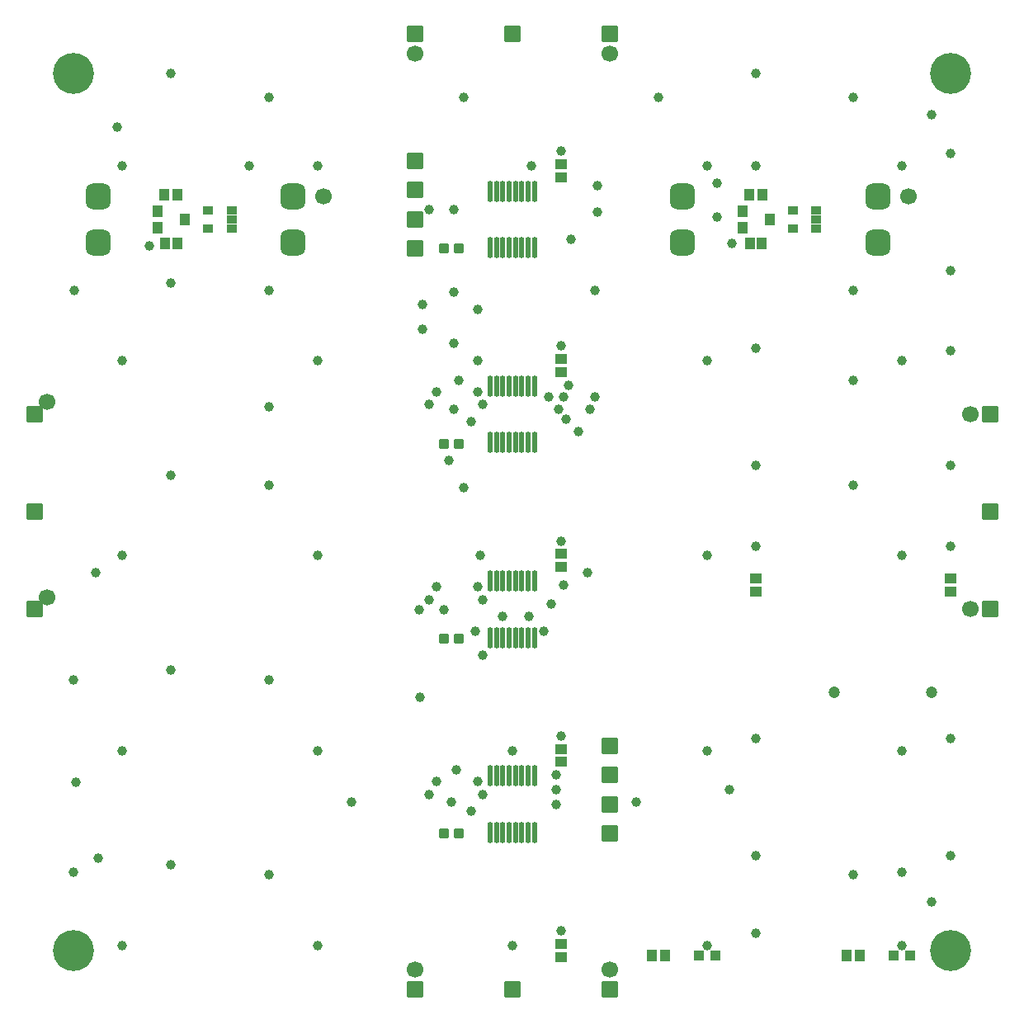
<source format=gbs>
G04 Layer_Color=8150272*
%FSLAX25Y25*%
%MOIN*%
G70*
G01*
G75*
%ADD22C,0.03937*%
G04:AMPARAMS|DCode=38|XSize=39.37mil|YSize=43.31mil|CornerRadius=5.51mil|HoleSize=0mil|Usage=FLASHONLY|Rotation=0.000|XOffset=0mil|YOffset=0mil|HoleType=Round|Shape=RoundedRectangle|*
%AMROUNDEDRECTD38*
21,1,0.03937,0.03228,0,0,0.0*
21,1,0.02835,0.04331,0,0,0.0*
1,1,0.01102,0.01417,-0.01614*
1,1,0.01102,-0.01417,-0.01614*
1,1,0.01102,-0.01417,0.01614*
1,1,0.01102,0.01417,0.01614*
%
%ADD38ROUNDEDRECTD38*%
%ADD42C,0.16535*%
%ADD43C,0.05787*%
%ADD44C,0.04724*%
%ADD45C,0.06693*%
%ADD46O,0.02165X0.08661*%
%ADD47R,0.04331X0.03347*%
%ADD48R,0.03937X0.04528*%
%ADD49R,0.04331X0.04921*%
%ADD50R,0.04331X0.05118*%
%ADD51R,0.03937X0.03937*%
G04:AMPARAMS|DCode=52|XSize=67.87mil|YSize=67.87mil|CornerRadius=9.94mil|HoleSize=0mil|Usage=FLASHONLY|Rotation=90.000|XOffset=0mil|YOffset=0mil|HoleType=Round|Shape=RoundedRectangle|*
%AMROUNDEDRECTD52*
21,1,0.06787,0.04800,0,0,90.0*
21,1,0.04800,0.06787,0,0,90.0*
1,1,0.01987,0.02400,0.02400*
1,1,0.01987,0.02400,-0.02400*
1,1,0.01987,-0.02400,-0.02400*
1,1,0.01987,-0.02400,0.02400*
%
%ADD52ROUNDEDRECTD52*%
G04:AMPARAMS|DCode=53|XSize=98.43mil|YSize=104.33mil|CornerRadius=26.58mil|HoleSize=0mil|Usage=FLASHONLY|Rotation=180.000|XOffset=0mil|YOffset=0mil|HoleType=Round|Shape=RoundedRectangle|*
%AMROUNDEDRECTD53*
21,1,0.09843,0.05118,0,0,180.0*
21,1,0.04528,0.10433,0,0,180.0*
1,1,0.05315,-0.02264,0.02559*
1,1,0.05315,0.02264,0.02559*
1,1,0.05315,0.02264,-0.02559*
1,1,0.05315,-0.02264,-0.02559*
%
%ADD53ROUNDEDRECTD53*%
G04:AMPARAMS|DCode=54|XSize=67.87mil|YSize=67.87mil|CornerRadius=9.94mil|HoleSize=0mil|Usage=FLASHONLY|Rotation=180.000|XOffset=0mil|YOffset=0mil|HoleType=Round|Shape=RoundedRectangle|*
%AMROUNDEDRECTD54*
21,1,0.06787,0.04800,0,0,180.0*
21,1,0.04800,0.06787,0,0,180.0*
1,1,0.01987,-0.02400,0.02400*
1,1,0.01987,0.02400,0.02400*
1,1,0.01987,0.02400,-0.02400*
1,1,0.01987,-0.02400,-0.02400*
%
%ADD54ROUNDEDRECTD54*%
%ADD55R,0.04921X0.04331*%
D22*
X259842Y346457D02*
D03*
X270669Y357283D02*
D03*
X198622Y196653D02*
D03*
X208465D02*
D03*
X219488Y272638D02*
D03*
X210630Y256890D02*
D03*
X224410Y178150D02*
D03*
X286417Y119095D02*
D03*
X244094Y375984D02*
D03*
X137795Y246900D02*
D03*
X137795Y278543D02*
D03*
X212598Y277559D02*
D03*
X202756Y279528D02*
D03*
X224410D02*
D03*
X214567Y289370D02*
D03*
X374016D02*
D03*
Y325787D02*
D03*
X269685D02*
D03*
Y282480D02*
D03*
X256890D02*
D03*
X258858Y287402D02*
D03*
X222441Y297244D02*
D03*
X256890Y206693D02*
D03*
X251969Y198819D02*
D03*
X223425Y218504D02*
D03*
X334646Y222441D02*
D03*
X198819Y161417D02*
D03*
X137795Y168307D02*
D03*
X232283Y193898D02*
D03*
X222441Y205906D02*
D03*
X221457Y187992D02*
D03*
X59055Y90551D02*
D03*
X60039Y126969D02*
D03*
X213583Y131890D02*
D03*
X137795Y89567D02*
D03*
X171260Y119095D02*
D03*
X211614D02*
D03*
X219488Y115157D02*
D03*
X262795Y268701D02*
D03*
X266732Y211614D02*
D03*
X67913D02*
D03*
X59055Y168307D02*
D03*
X267717Y277559D02*
D03*
X254921D02*
D03*
X374016Y247047D02*
D03*
X250984Y282480D02*
D03*
X257874Y273622D02*
D03*
X216535Y246063D02*
D03*
X249016Y187992D02*
D03*
X243110Y193898D02*
D03*
X253937Y124016D02*
D03*
X212598Y324803D02*
D03*
Y304134D02*
D03*
X199803Y310039D02*
D03*
X137795Y325787D02*
D03*
X323819Y124016D02*
D03*
X253937Y129921D02*
D03*
Y118110D02*
D03*
X374016Y89567D02*
D03*
X199803Y319882D02*
D03*
X59203Y325787D02*
D03*
X222441Y317913D02*
D03*
X374016Y403543D02*
D03*
X270669Y368110D02*
D03*
X255906Y381890D02*
D03*
X76772Y391732D02*
D03*
X137795Y403543D02*
D03*
X295276D02*
D03*
X216535D02*
D03*
X255906Y303150D02*
D03*
Y224410D02*
D03*
X222441Y284646D02*
D03*
X205512D02*
D03*
X224410Y200787D02*
D03*
X202756D02*
D03*
X205512Y205906D02*
D03*
X202756Y358268D02*
D03*
X212598D02*
D03*
X205512Y127165D02*
D03*
X202756Y122047D02*
D03*
X222441Y127165D02*
D03*
X224410Y122047D02*
D03*
X393701Y90551D02*
D03*
X129921Y375984D02*
D03*
X255906Y145669D02*
D03*
X318898Y355315D02*
D03*
Y369094D02*
D03*
X334646Y375984D02*
D03*
X255906Y66929D02*
D03*
X78740Y375984D02*
D03*
X157480D02*
D03*
X314961D02*
D03*
X393701D02*
D03*
Y297244D02*
D03*
X314961D02*
D03*
X157480D02*
D03*
X78740D02*
D03*
Y218504D02*
D03*
X157480D02*
D03*
X314961D02*
D03*
X393701D02*
D03*
Y139764D02*
D03*
X314961D02*
D03*
X236221D02*
D03*
X157480D02*
D03*
X78740D02*
D03*
X393701Y61024D02*
D03*
X314961D02*
D03*
X236221D02*
D03*
X78740D02*
D03*
X157480D02*
D03*
X68898Y96457D02*
D03*
X405512Y78740D02*
D03*
X334646Y65945D02*
D03*
Y97441D02*
D03*
Y144685D02*
D03*
X413386Y144685D02*
D03*
Y97441D02*
D03*
Y222441D02*
D03*
Y254921D02*
D03*
Y301181D02*
D03*
Y333661D02*
D03*
Y380906D02*
D03*
X405512Y396654D02*
D03*
X334646Y413386D02*
D03*
X98425D02*
D03*
X334646Y302165D02*
D03*
Y254921D02*
D03*
X89567Y343504D02*
D03*
X98425Y328740D02*
D03*
Y250984D02*
D03*
Y172244D02*
D03*
Y93504D02*
D03*
X324803Y344488D02*
D03*
D38*
X208465Y342520D02*
D03*
X214764D02*
D03*
X208465Y263779D02*
D03*
X214764D02*
D03*
X208465Y185039D02*
D03*
X214764D02*
D03*
X208465Y106299D02*
D03*
X214764D02*
D03*
D42*
X413386Y59055D02*
D03*
X59055D02*
D03*
Y413386D02*
D03*
X413386D02*
D03*
D43*
X275590Y106299D02*
D03*
X196850Y342520D02*
D03*
Y354331D02*
D03*
X196850Y366142D02*
D03*
X196850Y377953D02*
D03*
X275590Y118110D02*
D03*
Y129921D02*
D03*
Y141732D02*
D03*
D44*
X405512Y163386D02*
D03*
X366142Y163386D02*
D03*
D45*
X396161Y363681D02*
D03*
X159941D02*
D03*
X48228Y280512D02*
D03*
X48228Y201772D02*
D03*
X421260Y275590D02*
D03*
Y196850D02*
D03*
X275590Y51181D02*
D03*
X196850D02*
D03*
Y421260D02*
D03*
X275590D02*
D03*
D46*
X227264Y129528D02*
D03*
X229823D02*
D03*
X232382D02*
D03*
X234941D02*
D03*
X237500D02*
D03*
X240059D02*
D03*
X242618D02*
D03*
X245177D02*
D03*
X227264Y106693D02*
D03*
X229823D02*
D03*
X232382D02*
D03*
X234941D02*
D03*
X237500D02*
D03*
X240059D02*
D03*
X242618D02*
D03*
X245177D02*
D03*
X227264Y365748D02*
D03*
X229823D02*
D03*
X232382D02*
D03*
X234941D02*
D03*
X237500D02*
D03*
X240059D02*
D03*
X242618D02*
D03*
X245177D02*
D03*
X227264Y342913D02*
D03*
X229823D02*
D03*
X232382D02*
D03*
X234941D02*
D03*
X237500D02*
D03*
X240059D02*
D03*
X242618D02*
D03*
X245177D02*
D03*
X227264Y287008D02*
D03*
X229823D02*
D03*
X232382D02*
D03*
X234941D02*
D03*
X237500D02*
D03*
X240059D02*
D03*
X242618D02*
D03*
X245177D02*
D03*
X227264Y264173D02*
D03*
X229823D02*
D03*
X232382D02*
D03*
X234941D02*
D03*
X237500D02*
D03*
X240059D02*
D03*
X242618D02*
D03*
X245177D02*
D03*
X227264Y208268D02*
D03*
X229823D02*
D03*
X232382D02*
D03*
X234941D02*
D03*
X237500D02*
D03*
X240059D02*
D03*
X242618D02*
D03*
X245177D02*
D03*
X227264Y185433D02*
D03*
X229823D02*
D03*
X232382D02*
D03*
X234941D02*
D03*
X237500D02*
D03*
X240059D02*
D03*
X242618D02*
D03*
X245177D02*
D03*
D47*
X359055Y358071D02*
D03*
Y354331D02*
D03*
Y350591D02*
D03*
X349606D02*
D03*
Y358071D02*
D03*
X122835D02*
D03*
Y354331D02*
D03*
Y350591D02*
D03*
X113386D02*
D03*
Y358071D02*
D03*
D48*
X332185Y344488D02*
D03*
X337106D02*
D03*
X95965D02*
D03*
X100886D02*
D03*
D49*
X337303Y364173D02*
D03*
X331988D02*
D03*
X297933Y57087D02*
D03*
X292618D02*
D03*
X376673D02*
D03*
X371358D02*
D03*
X101083Y364173D02*
D03*
X95768D02*
D03*
D50*
X329134Y357677D02*
D03*
X340158Y354331D02*
D03*
X329134Y350984D02*
D03*
X92913Y357677D02*
D03*
X103937Y354331D02*
D03*
X92913Y350984D02*
D03*
D51*
X390453Y57087D02*
D03*
X396949D02*
D03*
X311713D02*
D03*
X318209D02*
D03*
D52*
X196850Y354331D02*
D03*
Y429134D02*
D03*
X196850Y366142D02*
D03*
X429134Y196850D02*
D03*
X43307D02*
D03*
X196850Y43307D02*
D03*
D53*
X305118Y363681D02*
D03*
Y344980D02*
D03*
X147638Y363681D02*
D03*
Y344980D02*
D03*
X68898Y363681D02*
D03*
Y344980D02*
D03*
X383858Y363681D02*
D03*
Y344980D02*
D03*
D54*
X236221Y43307D02*
D03*
X275590D02*
D03*
X429134Y236221D02*
D03*
Y275590D02*
D03*
X236221Y429134D02*
D03*
X275590D02*
D03*
X196850Y377953D02*
D03*
X275590Y141732D02*
D03*
X275590Y129921D02*
D03*
Y118110D02*
D03*
X43307Y275590D02*
D03*
Y236221D02*
D03*
X275590Y106299D02*
D03*
X196850Y342520D02*
D03*
D55*
X255906Y376673D02*
D03*
Y371358D02*
D03*
Y297933D02*
D03*
Y292618D02*
D03*
Y219193D02*
D03*
Y213878D02*
D03*
X334646Y209350D02*
D03*
Y204035D02*
D03*
X413386Y209350D02*
D03*
Y204035D02*
D03*
X255906Y140453D02*
D03*
Y135138D02*
D03*
Y61713D02*
D03*
Y56398D02*
D03*
M02*

</source>
